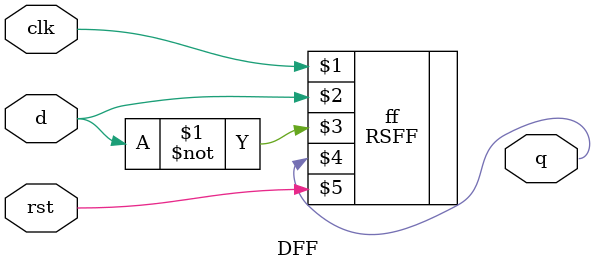
<source format=v>
`include "RSFF.v"
module DFF(d,q,clk,rst);
input clk,d,rst;
output q;
RSFF ff(clk,d,~d,q,rst);
endmodule
</source>
